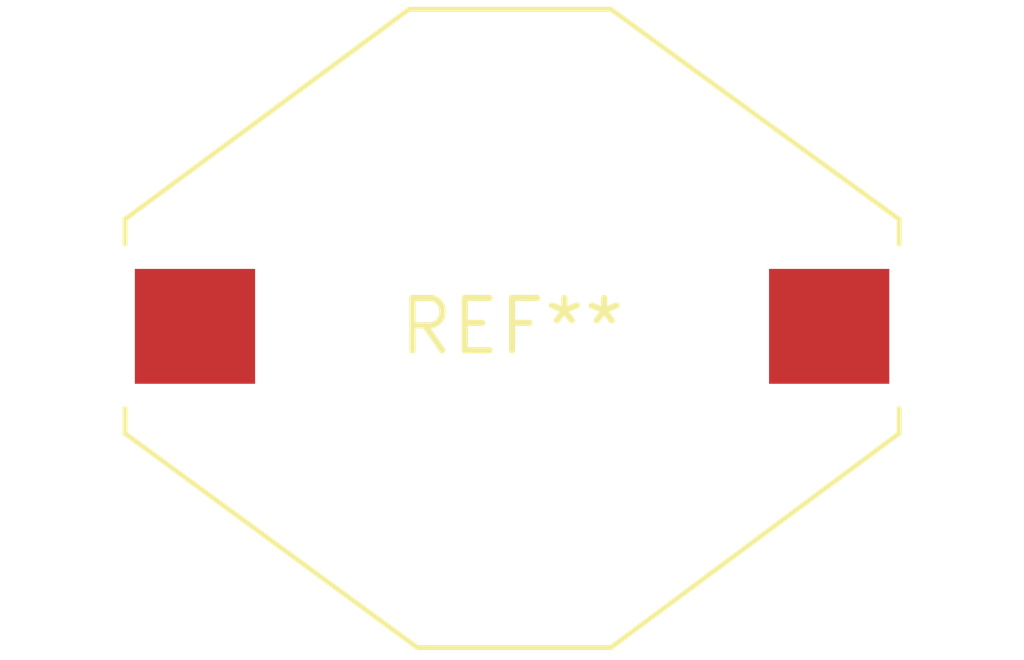
<source format=kicad_pcb>
(kicad_pcb (version 20240108) (generator pcbnew)
  (layers (0 "F.Cu" signal) (31 "B.Cu" signal) (34 "B.Paste" user) (35 "F.Paste" user) (36 "B.SilkS" user "B.Silkscreen") (37 "F.SilkS" user "F.Silkscreen") (38 "B.Mask" user) (39 "F.Mask" user) (44 "Edge.Cuts" user))
  (net 0 "")
  (footprint "L_Wuerth_WE-PD4-Typ-X" (layer "F.Cu") (at 0 0)
    (property "Reference" "REF**")
    (property "Value" "L_Wuerth_WE-PD4-Typ-X")
    (fp_line (start -9.4 -2.6) (end -2.5 -7.7) (layer "F.SilkS") (stroke (width 0.12)))
    (fp_line (start -9.4 -2) (end -9.4 -2.6) (layer "F.SilkS") (stroke (width 0.12)))
    (fp_line (start -9.4 2.6) (end -9.4 2) (layer "F.SilkS") (stroke (width 0.12)))
    (fp_line (start -9.4 2.6) (end -2.3 7.8) (layer "F.SilkS") (stroke (width 0.12)))
    (fp_line (start -2.5 -7.7) (end 2.4 -7.7) (layer "F.SilkS") (stroke (width 0.12)))
    (fp_line (start -2.3 7.8) (end 2.4 7.8) (layer "F.SilkS") (stroke (width 0.12)))
    (fp_line (start 2.4 -7.7) (end 9.4 -2.6) (layer "F.SilkS") (stroke (width 0.12)))
    (fp_line (start 2.4 7.8) (end 9.4 2.6) (layer "F.SilkS") (stroke (width 0.12)))
    (fp_line (start 9.4 -2) (end 9.4 -2.6) (layer "F.SilkS") (stroke (width 0.12)))
    (fp_line (start 9.4 2.6) (end 9.4 2) (layer "F.SilkS") (stroke (width 0.12)))
    (pad "1" smd rect (at -7.7 0 90) (size 2.79 2.92) (layers "F.Cu" "F.Paste" "F.Mask"))
    (pad "2" smd rect (at 7.7 0 90) (size 2.79 2.92) (layers "F.Cu" "F.Paste" "F.Mask"))
  )
)
</source>
